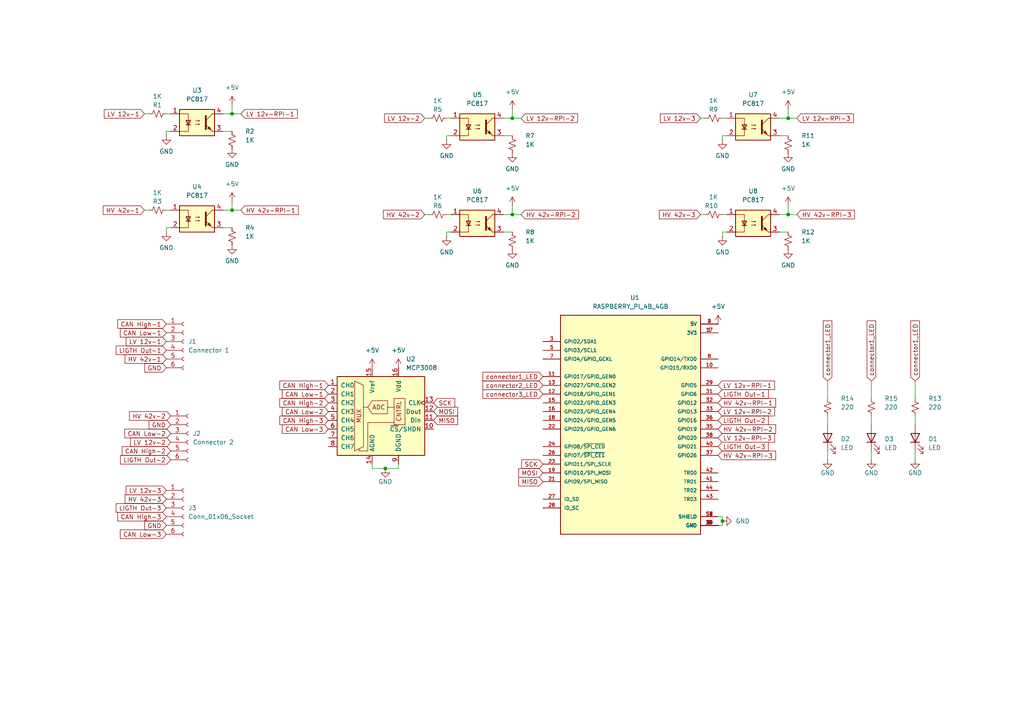
<source format=kicad_sch>
(kicad_sch (version 20231120) (generator "eeschema") (generator_version "8.0")
  (paper "A4")
  (lib_symbols
    (symbol "Analog_ADC:MCP3008" (pin_names (offset 1.016))
      (property "Reference" "U" (at -5.08 13.335 0))
      (property "Value" "MCP3008" (at -5.08 11.43 0))
      (symbol "MCP3008_0_0"
        (text "ADC" (at -0.635 1.27 0) (effects (font (size 1.27 1.27))))
        (text "CNTRL" (at 5.969 -2.921 900) (effects (font (size 1.27 1.27)) (justify left bottom)))
        (text "MUX" (at -6.35 -1.27 900) (effects (font (size 1.27 1.27))))
      )
      (symbol "MCP3008_0_1"
        (polyline (pts (xy -3.81 1.27) (xy -5.08 1.27)))
        (polyline (pts (xy 1.905 1.27) (xy 3.81 1.27)))
        (polyline (pts (xy -7.62 8.89) (xy -7.62 -11.43) (xy -5.08 -10.16) (xy -5.08 7.62) (xy -7.62 8.89)))
        (polyline (pts (xy 3.81 -3.175) (xy -3.81 -3.175) (xy -3.81 -11.43) (xy -6.35 -11.43) (xy -6.35 -10.795)))
        (polyline (pts (xy 1.905 3.175) (xy 1.905 -0.635) (xy -2.54 -0.635) (xy -3.81 1.27) (xy -2.54 3.175) (xy 1.905 3.175)))
        (rectangle (start 3.81 -3.81) (end 6.985 3.81))
        (rectangle (start 12.7 -12.7) (end -12.7 10.16) (stroke (width 0.254)) (fill (type background)))
      )
      (symbol "MCP3008_1_1"
        (pin input line (at -15.24 7.62 0) (length 2.54) (name "CH0") (number "1"))
        (pin input line (at 15.24 -5.08 180) (length 2.54) (name "~{CS}/SHDN") (number "10"))
        (pin input line (at 15.24 -2.54 180) (length 2.54) (name "Din") (number "11"))
        (pin output line (at 15.24 0 180) (length 2.54) (name "Dout") (number "12"))
        (pin input clock (at 15.24 2.54 180) (length 2.54) (name "CLK") (number "13"))
        (pin power_in line (at -2.54 -15.24 90) (length 2.54) (name "AGND") (number "14"))
        (pin power_in line (at -2.54 12.7 270) (length 2.54) (name "Vref") (number "15"))
        (pin power_in line (at 5.08 12.7 270) (length 2.54) (name "Vdd") (number "16"))
        (pin input line (at -15.24 5.08 0) (length 2.54) (name "CH1") (number "2"))
        (pin input line (at -15.24 2.54 0) (length 2.54) (name "CH2") (number "3"))
        (pin input line (at -15.24 0 0) (length 2.54) (name "CH3") (number "4"))
        (pin input line (at -15.24 -2.54 0) (length 2.54) (name "CH4") (number "5"))
        (pin input line (at -15.24 -5.08 0) (length 2.54) (name "CH5") (number "6"))
        (pin input line (at -15.24 -7.62 0) (length 2.54) (name "CH6") (number "7"))
        (pin input line (at -15.24 -10.16 0) (length 2.54) (name "CH7") (number "8"))
        (pin power_in line (at 5.08 -15.24 90) (length 2.54) (name "DGND") (number "9"))
      )
    )
    (symbol "Connector:Conn_01x06_Socket" (pin_names (offset 1.016) hide)
      (property "Reference" "J" (at 0 7.62 0))
      (property "Value" "Conn_01x06_Socket" (at 0 -10.16 0))
      (symbol "Conn_01x06_Socket_1_1"
        (arc (start 0 -7.112) (mid -0.5058 -7.62) (end 0 -8.128) (stroke (width 0.1524)))
        (arc (start 0 -4.572) (mid -0.5058 -5.08) (end 0 -5.588) (stroke (width 0.1524)))
        (arc (start 0 -2.032) (mid -0.5058 -2.54) (end 0 -3.048) (stroke (width 0.1524)))
        (polyline (pts (xy -1.27 -7.62) (xy -0.508 -7.62)) (stroke (width 0.1524)))
        (polyline (pts (xy -1.27 -5.08) (xy -0.508 -5.08)) (stroke (width 0.1524)))
        (polyline (pts (xy -1.27 -2.54) (xy -0.508 -2.54)) (stroke (width 0.1524)))
        (polyline (pts (xy -1.27 0) (xy -0.508 0)) (stroke (width 0.1524)))
        (polyline (pts (xy -1.27 2.54) (xy -0.508 2.54)) (stroke (width 0.1524)))
        (polyline (pts (xy -1.27 5.08) (xy -0.508 5.08)) (stroke (width 0.1524)))
        (arc (start 0 0.508) (mid -0.5058 0) (end 0 -0.508) (stroke (width 0.1524)))
        (arc (start 0 3.048) (mid -0.5058 2.54) (end 0 2.032) (stroke (width 0.1524)))
        (arc (start 0 5.588) (mid -0.5058 5.08) (end 0 4.572) (stroke (width 0.1524)))
        (pin passive line (at -5.08 5.08 0) (length 3.81) (name "Pin_1") (number "1"))
        (pin passive line (at -5.08 2.54 0) (length 3.81) (name "Pin_2") (number "2"))
        (pin passive line (at -5.08 0 0) (length 3.81) (name "Pin_3") (number "3"))
        (pin passive line (at -5.08 -2.54 0) (length 3.81) (name "Pin_4") (number "4"))
        (pin passive line (at -5.08 -5.08 0) (length 3.81) (name "Pin_5") (number "5"))
        (pin passive line (at -5.08 -7.62 0) (length 3.81) (name "Pin_6") (number "6"))
      )
    )
    (symbol "Device:LED" (pin_numbers hide) (pin_names (offset 1.016) hide)
      (property "Reference" "D" (at 0 2.54 0))
      (property "Value" "LED" (at 0 -2.54 0))
      (symbol "LED_0_1"
        (polyline (pts (xy -1.27 -1.27) (xy -1.27 1.27)) (stroke (width 0.254)))
        (polyline (pts (xy -1.27 0) (xy 1.27 0)))
        (polyline (pts (xy 1.27 -1.27) (xy 1.27 1.27) (xy -1.27 0) (xy 1.27 -1.27)) (stroke (width 0.254)))
        (polyline (pts (xy -3.048 -0.762) (xy -4.572 -2.286) (xy -3.81 -2.286) (xy -4.572 -2.286) (xy -4.572 -1.524)))
        (polyline (pts (xy -1.778 -0.762) (xy -3.302 -2.286) (xy -2.54 -2.286) (xy -3.302 -2.286) (xy -3.302 -1.524)))
      )
      (symbol "LED_1_1"
        (pin passive line (at -3.81 0 0) (length 2.54) (name "K") (number "1"))
        (pin passive line (at 3.81 0 180) (length 2.54) (name "A") (number "2"))
      )
    )
    (symbol "Device:R_Small_US" (pin_numbers hide) (pin_names (offset 0.254) hide)
      (property "Reference" "R" (at 0.762 0.508 0))
      (property "Value" "R_Small_US" (at 0.762 -1.016 0))
      (symbol "R_Small_US_1_1"
        (polyline (pts (xy 0 0) (xy 1.016 -0.381) (xy 0 -0.762) (xy -1.016 -1.143) (xy 0 -1.524)))
        (polyline (pts (xy 0 1.524) (xy 1.016 1.143) (xy 0 0.762) (xy -1.016 0.381) (xy 0 0)))
        (pin passive line (at 0 2.54 270) (length 1.016) (name "~") (number "1"))
        (pin passive line (at 0 -2.54 90) (length 1.016) (name "~") (number "2"))
      )
    )
    (symbol "Isolator:PC817" (pin_names (offset 1.016))
      (property "Reference" "U" (at -5.08 5.08 0))
      (property "Value" "PC817" (at 0 5.08 0))
      (symbol "PC817_0_1"
        (rectangle (start -5.08 3.81) (end 5.08 -3.81) (stroke (width 0.254)) (fill (type background)))
        (polyline (pts (xy -3.175 -0.635) (xy -1.905 -0.635)) (stroke (width 0.254)))
        (polyline (pts (xy 2.54 0.635) (xy 4.445 2.54)))
        (polyline (pts (xy 4.445 -2.54) (xy 2.54 -0.635)) (fill (type outline)))
        (polyline (pts (xy 4.445 -2.54) (xy 5.08 -2.54)))
        (polyline (pts (xy 4.445 2.54) (xy 5.08 2.54)))
        (polyline (pts (xy -5.08 2.54) (xy -2.54 2.54) (xy -2.54 -0.635)))
        (polyline (pts (xy -2.54 -0.635) (xy -2.54 -2.54) (xy -5.08 -2.54)))
        (polyline (pts (xy 2.54 1.905) (xy 2.54 -1.905) (xy 2.54 -1.905)) (stroke (width 0.508)))
        (polyline (pts (xy -2.54 -0.635) (xy -3.175 0.635) (xy -1.905 0.635) (xy -2.54 -0.635)) (stroke (width 0.254)))
        (polyline (pts (xy -0.508 -0.508) (xy 0.762 -0.508) (xy 0.381 -0.635) (xy 0.381 -0.381) (xy 0.762 -0.508)))
        (polyline (pts (xy -0.508 0.508) (xy 0.762 0.508) (xy 0.381 0.381) (xy 0.381 0.635) (xy 0.762 0.508)))
        (polyline (pts (xy 3.048 -1.651) (xy 3.556 -1.143) (xy 4.064 -2.159) (xy 3.048 -1.651) (xy 3.048 -1.651)) (fill (type outline)))
      )
      (symbol "PC817_1_1"
        (pin passive line (at -7.62 2.54 0) (length 2.54) (name "~") (number "1"))
        (pin passive line (at -7.62 -2.54 0) (length 2.54) (name "~") (number "2"))
        (pin passive line (at 7.62 -2.54 180) (length 2.54) (name "~") (number "3"))
        (pin passive line (at 7.62 2.54 180) (length 2.54) (name "~") (number "4"))
      )
    )
    (symbol "RASPBERRY_PI_4B_4GB:RASPBERRY_PI_4B_4GB" (pin_names (offset 1.016))
      (property "Reference" "U" (at -20.32 33.528 0))
      (property "Value" "RASPBERRY_PI_4B_4GB" (at -20.32 -33.02 0))
      (symbol "RASPBERRY_PI_4B_4GB_0_0"
        (rectangle (start -20.32 -30.48) (end 20.32 33.02) (stroke (width 0.254)) (fill (type background)))
        (pin power_in line (at 25.4 27.94 180) (length 5.08) (name "3V3") (number "1"))
        (pin bidirectional line (at 25.4 17.78 180) (length 5.08) (name "GPIO15/RXD0") (number "10"))
        (pin bidirectional line (at -25.4 15.24 0) (length 5.08) (name "GPIO17/GPIO_GEN0") (number "11"))
        (pin bidirectional line (at -25.4 10.16 0) (length 5.08) (name "GPIO18/GPIO_GEN1") (number "12"))
        (pin bidirectional line (at -25.4 12.7 0) (length 5.08) (name "GPIO27/GPIO_GEN2") (number "13"))
        (pin power_in line (at 25.4 -27.94 180) (length 5.08) (name "GND") (number "14"))
        (pin bidirectional line (at -25.4 7.62 0) (length 5.08) (name "GPIO22/GPIO_GEN3") (number "15"))
        (pin bidirectional line (at -25.4 5.08 0) (length 5.08) (name "GPIO23/GPIO_GEN4") (number "16"))
        (pin power_in line (at 25.4 27.94 180) (length 5.08) (name "3V3") (number "17"))
        (pin bidirectional line (at -25.4 2.54 0) (length 5.08) (name "GPIO24/GPIO_GEN5") (number "18"))
        (pin bidirectional line (at -25.4 -12.7 0) (length 5.08) (name "GPIO10/SPI_MOSI") (number "19"))
        (pin power_in line (at 25.4 30.48 180) (length 5.08) (name "5V") (number "2"))
        (pin power_in line (at 25.4 -27.94 180) (length 5.08) (name "GND") (number "20"))
        (pin bidirectional line (at -25.4 -15.24 0) (length 5.08) (name "GPIO9/SPI_MISO") (number "21"))
        (pin bidirectional line (at -25.4 0 0) (length 5.08) (name "GPIO25/GPIO_GEN6") (number "22"))
        (pin bidirectional line (at -25.4 -10.16 0) (length 5.08) (name "GPIO11/SPI_SCLK") (number "23"))
        (pin bidirectional line (at -25.4 -5.08 0) (length 5.08) (name "GPIO8/~{SPI_CE0}") (number "24"))
        (pin power_in line (at 25.4 -27.94 180) (length 5.08) (name "GND") (number "25"))
        (pin bidirectional line (at -25.4 -7.62 0) (length 5.08) (name "GPIO7/~{SPI_CE1}") (number "26"))
        (pin bidirectional line (at -25.4 -20.32 0) (length 5.08) (name "ID_SD") (number "27"))
        (pin bidirectional line (at -25.4 -22.86 0) (length 5.08) (name "ID_SC") (number "28"))
        (pin bidirectional line (at 25.4 12.7 180) (length 5.08) (name "GPIO5") (number "29"))
        (pin bidirectional line (at -25.4 25.4 0) (length 5.08) (name "GPIO2/SDA1") (number "3"))
        (pin power_in line (at 25.4 -27.94 180) (length 5.08) (name "GND") (number "30"))
        (pin bidirectional line (at 25.4 10.16 180) (length 5.08) (name "GPIO6") (number "31"))
        (pin bidirectional line (at 25.4 7.62 180) (length 5.08) (name "GPIO12") (number "32"))
        (pin bidirectional line (at 25.4 5.08 180) (length 5.08) (name "GPIO13") (number "33"))
        (pin power_in line (at 25.4 -27.94 180) (length 5.08) (name "GND") (number "34"))
        (pin bidirectional line (at 25.4 0 180) (length 5.08) (name "GPIO19") (number "35"))
        (pin bidirectional line (at 25.4 2.54 180) (length 5.08) (name "GPIO16") (number "36"))
        (pin bidirectional line (at 25.4 -7.62 180) (length 5.08) (name "GPIO26") (number "37"))
        (pin bidirectional line (at 25.4 -2.54 180) (length 5.08) (name "GPIO20") (number "38"))
        (pin power_in line (at 25.4 -27.94 180) (length 5.08) (name "GND") (number "39"))
        (pin power_in line (at 25.4 30.48 180) (length 5.08) (name "5V") (number "4"))
        (pin bidirectional line (at 25.4 -5.08 180) (length 5.08) (name "GPIO21") (number "40"))
        (pin bidirectional line (at 25.4 -15.24 180) (length 5.08) (name "TR01") (number "41"))
        (pin bidirectional line (at 25.4 -12.7 180) (length 5.08) (name "TR00") (number "42"))
        (pin bidirectional line (at 25.4 -20.32 180) (length 5.08) (name "TR03") (number "43"))
        (pin bidirectional line (at 25.4 -17.78 180) (length 5.08) (name "TR02") (number "44"))
        (pin bidirectional line (at -25.4 22.86 0) (length 5.08) (name "GPIO3/SCL1") (number "5"))
        (pin power_in line (at 25.4 -27.94 180) (length 5.08) (name "GND") (number "6"))
        (pin bidirectional line (at -25.4 20.32 0) (length 5.08) (name "GPIO4/GPIO_GCKL") (number "7"))
        (pin bidirectional line (at 25.4 20.32 180) (length 5.08) (name "GPIO14/TXD0") (number "8"))
        (pin power_in line (at 25.4 -27.94 180) (length 5.08) (name "GND") (number "9"))
        (pin power_in line (at 25.4 -25.4 180) (length 5.08) (name "SHIELD") (number "S1"))
        (pin power_in line (at 25.4 -25.4 180) (length 5.08) (name "SHIELD") (number "S2"))
        (pin power_in line (at 25.4 -25.4 180) (length 5.08) (name "SHIELD") (number "S3"))
        (pin power_in line (at 25.4 -25.4 180) (length 5.08) (name "SHIELD") (number "S4"))
      )
    )
    (symbol "power:+5V" (power) (pin_numbers hide) (pin_names (offset 0) hide)
      (property "Value" "+5V" (at 0 3.556 0))
      (symbol "+5V_0_1"
        (polyline (pts (xy -0.762 1.27) (xy 0 2.54)))
        (polyline (pts (xy 0 0) (xy 0 2.54)))
        (polyline (pts (xy 0 2.54) (xy 0.762 1.27)))
      )
      (symbol "+5V_1_1"
        (pin power_in line (at 0 0 90) (length 0) (name "~") (number "1"))
      )
    )
    (symbol "power:GND" (power) (pin_numbers hide) (pin_names (offset 0) hide)
      (property "Value" "GND" (at 0 -3.81 0))
      (symbol "GND_0_1"
        (polyline (pts (xy 0 0) (xy 0 -1.27) (xy 1.27 -1.27) (xy 0 -2.54) (xy -1.27 -1.27) (xy 0 -1.27)))
      )
      (symbol "GND_1_1"
        (pin power_in line (at 0 0 270) (length 0) (name "~") (number "1"))
      )
    )
  )
  (junction (at 228.6 34.29))
  (junction (at 67.31 60.96))
  (junction (at 67.31 33.02))
  (junction (at 148.59 34.29))
  (junction (at 111.76 135.89))
  (junction (at 209.55 151.13))
  (junction (at 148.59 62.23))
  (junction (at 228.6 62.23))
  (wire (pts (xy 209.55 39.37) (xy 210.82 39.37)))
  (wire (pts (xy 67.31 58.42) (xy 67.31 60.96)))
  (wire (pts (xy 203.2 62.23) (xy 204.47 62.23)))
  (wire (pts (xy 208.28 149.86) (xy 209.55 149.86)))
  (wire (pts (xy 115.57 135.89) (xy 115.57 134.62)))
  (wire (pts (xy 209.55 67.31) (xy 210.82 67.31)))
  (wire (pts (xy 107.95 134.62) (xy 107.95 135.89)))
  (wire (pts (xy 48.26 38.1) (xy 49.53 38.1)))
  (wire (pts (xy 209.55 152.4) (xy 208.28 152.4)))
  (wire (pts (xy 226.06 67.31) (xy 228.6 67.31)))
  (wire (pts (xy 146.05 62.23) (xy 148.59 62.23)))
  (wire (pts (xy 64.77 38.1) (xy 67.31 38.1)))
  (wire (pts (xy 148.59 31.75) (xy 148.59 34.29)))
  (wire (pts (xy 129.54 68.58) (xy 129.54 67.31)))
  (wire (pts (xy 240.03 110.49) (xy 240.03 115.57)))
  (wire (pts (xy 228.6 59.69) (xy 228.6 62.23)))
  (wire (pts (xy 129.54 67.31) (xy 130.81 67.31)))
  (wire (pts (xy 129.54 39.37) (xy 130.81 39.37)))
  (wire (pts (xy 48.26 67.31) (xy 48.26 66.04)))
  (wire (pts (xy 67.31 30.48) (xy 67.31 33.02)))
  (wire (pts (xy 48.26 33.02) (xy 49.53 33.02)))
  (wire (pts (xy 209.55 149.86) (xy 209.55 151.13)))
  (wire (pts (xy 129.54 34.29) (xy 130.81 34.29)))
  (wire (pts (xy 252.73 110.49) (xy 252.73 115.57)))
  (wire (pts (xy 209.55 34.29) (xy 210.82 34.29)))
  (wire (pts (xy 146.05 34.29) (xy 148.59 34.29)))
  (wire (pts (xy 209.55 40.64) (xy 209.55 39.37)))
  (wire (pts (xy 111.76 135.89) (xy 115.57 135.89)))
  (wire (pts (xy 240.03 120.65) (xy 240.03 123.19)))
  (wire (pts (xy 64.77 60.96) (xy 67.31 60.96)))
  (wire (pts (xy 123.19 34.29) (xy 124.46 34.29)))
  (wire (pts (xy 64.77 33.02) (xy 67.31 33.02)))
  (wire (pts (xy 148.59 62.23) (xy 151.13 62.23)))
  (wire (pts (xy 148.59 59.69) (xy 148.59 62.23)))
  (wire (pts (xy 240.03 130.81) (xy 240.03 133.35)))
  (wire (pts (xy 265.43 110.49) (xy 265.43 115.57)))
  (wire (pts (xy 129.54 62.23) (xy 130.81 62.23)))
  (wire (pts (xy 203.2 34.29) (xy 204.47 34.29)))
  (wire (pts (xy 228.6 31.75) (xy 228.6 34.29)))
  (wire (pts (xy 67.31 33.02) (xy 69.85 33.02)))
  (wire (pts (xy 209.55 62.23) (xy 210.82 62.23)))
  (wire (pts (xy 228.6 62.23) (xy 231.14 62.23)))
  (wire (pts (xy 209.55 68.58) (xy 209.55 67.31)))
  (wire (pts (xy 226.06 39.37) (xy 228.6 39.37)))
  (wire (pts (xy 48.26 60.96) (xy 49.53 60.96)))
  (wire (pts (xy 265.43 120.65) (xy 265.43 123.19)))
  (wire (pts (xy 48.26 66.04) (xy 49.53 66.04)))
  (wire (pts (xy 252.73 120.65) (xy 252.73 123.19)))
  (wire (pts (xy 252.73 130.81) (xy 252.73 133.35)))
  (wire (pts (xy 41.91 60.96) (xy 43.18 60.96)))
  (wire (pts (xy 41.91 33.02) (xy 43.18 33.02)))
  (wire (pts (xy 123.19 62.23) (xy 124.46 62.23)))
  (wire (pts (xy 226.06 62.23) (xy 228.6 62.23)))
  (wire (pts (xy 107.95 135.89) (xy 111.76 135.89)))
  (wire (pts (xy 146.05 67.31) (xy 148.59 67.31)))
  (wire (pts (xy 209.55 151.13) (xy 209.55 152.4)))
  (wire (pts (xy 64.77 66.04) (xy 67.31 66.04)))
  (wire (pts (xy 265.43 130.81) (xy 265.43 133.35)))
  (wire (pts (xy 148.59 34.29) (xy 151.13 34.29)))
  (wire (pts (xy 48.26 39.37) (xy 48.26 38.1)))
  (wire (pts (xy 228.6 34.29) (xy 231.14 34.29)))
  (wire (pts (xy 226.06 34.29) (xy 228.6 34.29)))
  (wire (pts (xy 67.31 60.96) (xy 69.85 60.96)))
  (wire (pts (xy 146.05 39.37) (xy 148.59 39.37)))
  (wire (pts (xy 129.54 40.64) (xy 129.54 39.37)))
  (global_label "CAN High-3" (shape input) (at 95.25 121.92 180) (property "Intersheetrefs" "${INTERSHEET_REFS}" (effects (hide yes))))
  (global_label "LIGTH Out-2" (shape input) (at 208.28 121.92 0) (property "Intersheetrefs" "${INTERSHEET_REFS}" (effects (hide yes))))
  (global_label "LIGTH Out-3" (shape input) (at 48.26 147.32 180) (property "Intersheetrefs" "${INTERSHEET_REFS}" (effects (hide yes))))
  (global_label "CAN High-1" (shape input) (at 48.26 93.98 180) (property "Intersheetrefs" "${INTERSHEET_REFS}" (effects (hide yes))))
  (global_label "GND" (shape input) (at 48.26 152.4 180) (property "Intersheetrefs" "${INTERSHEET_REFS}" (effects (hide yes))))
  (global_label "LV 12v-2" (shape input) (at 123.19 34.29 180) (property "Intersheetrefs" "${INTERSHEET_REFS}" (effects (hide yes))))
  (global_label "LV 12v-RPI-1" (shape input) (at 208.28 111.76 0) (property "Intersheetrefs" "${INTERSHEET_REFS}" (effects (hide yes))))
  (global_label "CAN High-3" (shape input) (at 48.26 149.86 180) (property "Intersheetrefs" "${INTERSHEET_REFS}" (effects (hide yes))))
  (global_label "connector1_LED" (shape input) (at 265.43 110.49 90) (property "Intersheetrefs" "${INTERSHEET_REFS}" (effects (hide yes))))
  (global_label "MOSI" (shape input) (at 125.73 119.38 0) (property "Intersheetrefs" "${INTERSHEET_REFS}" (effects (hide yes))))
  (global_label "connector1_LED" (shape input) (at 157.48 109.22 180) (property "Intersheetrefs" "${INTERSHEET_REFS}" (effects (hide yes))))
  (global_label "CAN Low-2" (shape input) (at 49.53 125.73 180) (property "Intersheetrefs" "${INTERSHEET_REFS}" (effects (hide yes))))
  (global_label "LV 12v-RPI-2" (shape input) (at 151.13 34.29 0) (property "Intersheetrefs" "${INTERSHEET_REFS}" (effects (hide yes))))
  (global_label "MOSI" (shape input) (at 157.48 137.16 180) (property "Intersheetrefs" "${INTERSHEET_REFS}" (effects (hide yes))))
  (global_label "HV 42v-RPI-2" (shape input) (at 151.13 62.23 0) (property "Intersheetrefs" "${INTERSHEET_REFS}" (effects (hide yes))))
  (global_label "MISO" (shape input) (at 157.48 139.7 180) (property "Intersheetrefs" "${INTERSHEET_REFS}" (effects (hide yes))))
  (global_label "GND" (shape input) (at 49.53 123.19 180) (property "Intersheetrefs" "${INTERSHEET_REFS}" (effects (hide yes))))
  (global_label "CAN Low-1" (shape input) (at 48.26 96.52 180) (property "Intersheetrefs" "${INTERSHEET_REFS}" (effects (hide yes))))
  (global_label "HV 42v-1" (shape input) (at 48.26 104.14 180) (property "Intersheetrefs" "${INTERSHEET_REFS}" (effects (hide yes))))
  (global_label "GND" (shape input) (at 48.26 106.68 180) (property "Intersheetrefs" "${INTERSHEET_REFS}" (effects (hide yes))))
  (global_label "LV 12v-2" (shape input) (at 49.53 128.27 180) (property "Intersheetrefs" "${INTERSHEET_REFS}" (effects (hide yes))))
  (global_label "LV 12v-3" (shape input) (at 48.26 142.24 180) (property "Intersheetrefs" "${INTERSHEET_REFS}" (effects (hide yes))))
  (global_label "CAN High-1" (shape input) (at 95.25 111.76 180) (property "Intersheetrefs" "${INTERSHEET_REFS}" (effects (hide yes))))
  (global_label "CAN Low-1" (shape input) (at 95.25 114.3 180) (property "Intersheetrefs" "${INTERSHEET_REFS}" (effects (hide yes))))
  (global_label "LV 12v-RPI-3" (shape input) (at 231.14 34.29 0) (property "Intersheetrefs" "${INTERSHEET_REFS}" (effects (hide yes))))
  (global_label "LIGTH Out-1" (shape input) (at 48.26 101.6 180) (property "Intersheetrefs" "${INTERSHEET_REFS}" (effects (hide yes))))
  (global_label "HV 42v-2" (shape input) (at 123.19 62.23 180) (property "Intersheetrefs" "${INTERSHEET_REFS}" (effects (hide yes))))
  (global_label "HV 42v-RPI-1" (shape input) (at 69.85 60.96 0) (property "Intersheetrefs" "${INTERSHEET_REFS}" (effects (hide yes))))
  (global_label "SCK" (shape input) (at 157.48 134.62 180) (property "Intersheetrefs" "${INTERSHEET_REFS}" (effects (hide yes))))
  (global_label "connector3_LED" (shape input) (at 157.48 114.3 180) (property "Intersheetrefs" "${INTERSHEET_REFS}" (effects (hide yes))))
  (global_label "LIGTH Out-1" (shape input) (at 208.28 114.3 0) (property "Intersheetrefs" "${INTERSHEET_REFS}" (effects (hide yes))))
  (global_label "CAN High-2" (shape input) (at 95.25 116.84 180) (property "Intersheetrefs" "${INTERSHEET_REFS}" (effects (hide yes))))
  (global_label "CAN Low-3" (shape input) (at 48.26 154.94 180) (property "Intersheetrefs" "${INTERSHEET_REFS}" (effects (hide yes))))
  (global_label "HV 42v-3" (shape input) (at 203.2 62.23 180) (property "Intersheetrefs" "${INTERSHEET_REFS}" (effects (hide yes))))
  (global_label "CAN High-2" (shape input) (at 49.53 130.81 180) (property "Intersheetrefs" "${INTERSHEET_REFS}" (effects (hide yes))))
  (global_label "MISO" (shape input) (at 125.73 121.92 0) (property "Intersheetrefs" "${INTERSHEET_REFS}" (effects (hide yes))))
  (global_label "HV 42v-RPI-3" (shape input) (at 208.28 132.08 0) (property "Intersheetrefs" "${INTERSHEET_REFS}" (effects (hide yes))))
  (global_label "LV 12v-3" (shape input) (at 203.2 34.29 180) (property "Intersheetrefs" "${INTERSHEET_REFS}" (effects (hide yes))))
  (global_label "connector1_LED" (shape input) (at 252.73 110.49 90) (property "Intersheetrefs" "${INTERSHEET_REFS}" (effects (hide yes))))
  (global_label "HV 42v-RPI-1" (shape input) (at 208.28 116.84 0) (property "Intersheetrefs" "${INTERSHEET_REFS}" (effects (hide yes))))
  (global_label "HV 42v-RPI-2" (shape input) (at 208.28 124.46 0) (property "Intersheetrefs" "${INTERSHEET_REFS}" (effects (hide yes))))
  (global_label "LV 12v-1" (shape input) (at 48.26 99.06 180) (property "Intersheetrefs" "${INTERSHEET_REFS}" (effects (hide yes))))
  (global_label "CAN Low-2" (shape input) (at 95.25 119.38 180) (property "Intersheetrefs" "${INTERSHEET_REFS}" (effects (hide yes))))
  (global_label "connector1_LED" (shape input) (at 240.03 110.49 90) (property "Intersheetrefs" "${INTERSHEET_REFS}" (effects (hide yes))))
  (global_label "connector2_LED" (shape input) (at 157.48 111.76 180) (property "Intersheetrefs" "${INTERSHEET_REFS}" (effects (hide yes))))
  (global_label "LV 12v-RPI-1" (shape input) (at 69.85 33.02 0) (property "Intersheetrefs" "${INTERSHEET_REFS}" (effects (hide yes))))
  (global_label "SCK" (shape input) (at 125.73 116.84 0) (property "Intersheetrefs" "${INTERSHEET_REFS}" (effects (hide yes))))
  (global_label "LV 12v-1" (shape input) (at 41.91 33.02 180) (property "Intersheetrefs" "${INTERSHEET_REFS}" (effects (hide yes))))
  (global_label "HV 42v-3" (shape input) (at 48.26 144.78 180) (property "Intersheetrefs" "${INTERSHEET_REFS}" (effects (hide yes))))
  (global_label "HV 42v-RPI-3" (shape input) (at 231.14 62.23 0) (property "Intersheetrefs" "${INTERSHEET_REFS}" (effects (hide yes))))
  (global_label "HV 42v-2" (shape input) (at 49.53 120.65 180) (property "Intersheetrefs" "${INTERSHEET_REFS}" (effects (hide yes))))
  (global_label "LV 12v-RPI-2" (shape input) (at 208.28 119.38 0) (property "Intersheetrefs" "${INTERSHEET_REFS}" (effects (hide yes))))
  (global_label "LV 12v-RPI-3" (shape input) (at 208.28 127 0) (property "Intersheetrefs" "${INTERSHEET_REFS}" (effects (hide yes))))
  (global_label "LIGTH Out-2" (shape input) (at 49.53 133.35 180) (property "Intersheetrefs" "${INTERSHEET_REFS}" (effects (hide yes))))
  (global_label "LIGTH Out-3" (shape input) (at 208.28 129.54 0) (property "Intersheetrefs" "${INTERSHEET_REFS}" (effects (hide yes))))
  (global_label "HV 42v-1" (shape input) (at 41.91 60.96 180) (property "Intersheetrefs" "${INTERSHEET_REFS}" (effects (hide yes))))
  (global_label "CAN Low-3" (shape input) (at 95.25 124.46 180) (property "Intersheetrefs" "${INTERSHEET_REFS}" (effects (hide yes))))
  (symbol (lib_id "Isolator:PC817") (at 218.44 64.77 0) (unit 1)
    (property "Reference" "U8" (at 218.44 55.4228 0))
    (property "Value" "PC817" (at 218.44 57.9628 0))
    (property "Footprint" "PC817X2NIP0F:SOT254P975X400-4N" (effects (hide yes)))
    (property "Datasheet" "http://www.soselectronic.cz/a_info/resource/d/pc817.pdf" (effects (hide yes)))
  )
  (symbol (lib_id "power:GND") (at 228.6 72.39 0) (unit 1)
    (property "Reference" "#PWR023" (effects (hide yes)))
    (property "Value" "GND" (at 228.6 76.9366 0))
  )
  (symbol (lib_id "power:GND") (at 209.55 40.64 0) (unit 1)
    (property "Reference" "#PWR018" (effects (hide yes)))
    (property "Value" "GND" (at 209.55 45.1866 0))
  )
  (symbol (lib_id "Isolator:PC817") (at 57.15 63.5 0) (unit 1)
    (property "Reference" "U4" (at 57.15 54.1528 0))
    (property "Value" "PC817" (at 57.15 56.6928 0))
    (property "Footprint" "PC817X2NIP0F:SOT254P975X400-4N" (effects (hide yes)))
    (property "Datasheet" "http://www.soselectronic.cz/a_info/resource/d/pc817.pdf" (effects (hide yes)))
  )
  (symbol (lib_id "power:GND") (at 265.43 133.35 0) (unit 1)
    (property "Reference" "#PWR024" (effects (hide yes)))
    (property "Value" "GND" (at 265.43 137.16 0))
    (property "Description" "Power symbol creates a global label with name \"GND\" , ground" (effects (hide yes)))
  )
  (symbol (lib_id "Device:R_Small_US") (at 228.6 69.85 0) (unit 1)
    (property "Reference" "R12" (at 232.41 67.31 0) (effects (justify left)))
    (property "Value" "1K" (at 232.41 69.85 0) (effects (justify left)))
    (property "Footprint" "Resistor_SMD:R_0402_1005Metric" (effects (hide yes)))
  )
  (symbol (lib_id "power:+5V") (at 148.59 59.69 0) (unit 1)
    (property "Reference" "#PWR016" (effects (hide yes)))
    (property "Value" "+5V" (at 148.59 54.61 0))
    (property "Description" "Power symbol creates a global label with name \"+5V\"" (effects (hide yes)))
  )
  (symbol (lib_id "power:GND") (at 209.55 151.13 90) (unit 1)
    (property "Reference" "#PWR04" (effects (hide yes)))
    (property "Value" "GND" (at 213.36 151.1299 90) (effects (justify right)))
    (property "Description" "Power symbol creates a global label with name \"GND\" , ground" (effects (hide yes)))
  )
  (symbol (lib_id "power:GND") (at 129.54 40.64 0) (unit 1)
    (property "Reference" "#PWR012" (effects (hide yes)))
    (property "Value" "GND" (at 129.54 45.1866 0))
  )
  (symbol (lib_id "Device:LED") (at 240.03 127 90) (unit 1)
    (property "Reference" "D2" (at 243.84 127.3174 90) (effects (justify right)))
    (property "Value" "LED" (at 243.84 129.8574 90) (effects (justify right)))
    (property "Description" "Light emitting diode" (effects (hide yes)))
  )
  (symbol (lib_id "Isolator:PC817") (at 57.15 35.56 0) (unit 1)
    (property "Reference" "U3" (at 57.15 26.2128 0))
    (property "Value" "PC817" (at 57.15 28.7528 0))
    (property "Footprint" "PC817X2NIP0F:SOT254P975X400-4N" (effects (hide yes)))
    (property "Datasheet" "http://www.soselectronic.cz/a_info/resource/d/pc817.pdf" (effects (hide yes)))
  )
  (symbol (lib_id "power:+5V") (at 67.31 58.42 0) (unit 1)
    (property "Reference" "#PWR010" (effects (hide yes)))
    (property "Value" "+5V" (at 67.31 53.34 0))
    (property "Description" "Power symbol creates a global label with name \"+5V\"" (effects (hide yes)))
  )
  (symbol (lib_id "power:+5V") (at 208.28 93.98 0) (unit 1)
    (property "Reference" "#PWR03" (effects (hide yes)))
    (property "Value" "+5V" (at 208.28 88.9 0))
    (property "Description" "Power symbol creates a global label with name \"+5V\"" (effects (hide yes)))
  )
  (symbol (lib_id "Device:R_Small_US") (at 228.6 41.91 0) (unit 1)
    (property "Reference" "R11" (at 232.41 39.37 0) (effects (justify left)))
    (property "Value" "1K" (at 232.41 41.91 0) (effects (justify left)))
    (property "Footprint" "Resistor_SMD:R_0402_1005Metric" (effects (hide yes)))
  )
  (symbol (lib_id "Device:LED") (at 252.73 127 90) (unit 1)
    (property "Reference" "D3" (at 256.54 127.3174 90) (effects (justify right)))
    (property "Value" "LED" (at 256.54 129.8574 90) (effects (justify right)))
    (property "Description" "Light emitting diode" (effects (hide yes)))
  )
  (symbol (lib_id "Device:R_Small_US") (at 148.59 41.91 0) (unit 1)
    (property "Reference" "R7" (at 152.4 39.37 0) (effects (justify left)))
    (property "Value" "1K" (at 152.4 41.91 0) (effects (justify left)))
    (property "Footprint" "Resistor_SMD:R_0402_1005Metric" (effects (hide yes)))
  )
  (symbol (lib_id "Connector:Conn_01x06_Socket") (at 54.61 125.73 0) (unit 1)
    (property "Reference" "J2" (at 55.88 125.7299 0) (effects (justify left)))
    (property "Value" "Connector 2" (at 55.88 128.2699 0) (effects (justify left)))
    (property "Description" "Generic connector, single row, 01x06, script generated" (effects (hide yes)))
  )
  (symbol (lib_id "Device:LED") (at 265.43 127 90) (unit 1)
    (property "Reference" "D1" (at 269.24 127.3174 90) (effects (justify right)))
    (property "Value" "LED" (at 269.24 129.8574 90) (effects (justify right)))
    (property "Description" "Light emitting diode" (effects (hide yes)))
  )
  (symbol (lib_id "Connector:Conn_01x06_Socket") (at 53.34 99.06 0) (unit 1)
    (property "Reference" "J1" (at 54.61 99.0599 0) (effects (justify left)))
    (property "Value" "Connector 1" (at 54.61 101.5999 0) (effects (justify left)))
    (property "Description" "Generic connector, single row, 01x06, script generated" (effects (hide yes)))
  )
  (symbol (lib_id "Isolator:PC817") (at 218.44 36.83 0) (unit 1)
    (property "Reference" "U7" (at 218.44 27.4828 0))
    (property "Value" "PC817" (at 218.44 30.0228 0))
    (property "Footprint" "PC817X2NIP0F:SOT254P975X400-4N" (effects (hide yes)))
    (property "Datasheet" "http://www.soselectronic.cz/a_info/resource/d/pc817.pdf" (effects (hide yes)))
  )
  (symbol (lib_id "power:+5V") (at 228.6 31.75 0) (unit 1)
    (property "Reference" "#PWR020" (effects (hide yes)))
    (property "Value" "+5V" (at 228.6 26.67 0))
    (property "Description" "Power symbol creates a global label with name \"+5V\"" (effects (hide yes)))
  )
  (symbol (lib_id "power:GND") (at 67.31 43.18 0) (unit 1)
    (property "Reference" "#PWR07" (effects (hide yes)))
    (property "Value" "GND" (at 67.31 47.7266 0))
  )
  (symbol (lib_id "Device:R_Small_US") (at 45.72 60.96 90) (unit 1)
    (property "Reference" "R3" (at 46.99 58.42 90) (effects (justify left)))
    (property "Value" "1K" (at 46.99 55.88 90) (effects (justify left)))
    (property "Footprint" "Resistor_SMD:R_0402_1005Metric" (effects (hide yes)))
  )
  (symbol (lib_id "RASPBERRY_PI_4B_4GB:RASPBERRY_PI_4B_4GB") (at 182.88 124.46 0) (unit 1)
    (property "Reference" "U1" (at 184.15 86.36 0))
    (property "Value" "RASPBERRY_PI_4B_4GB" (at 182.88 88.9 0))
    (property "Footprint" "RASPBERRY_PI_4B_4GB:MODULE_RASPBERRY_PI_4B_4GB" (effects (hide yes)))
    (property "MF" "Raspberry Pi" (effects (hide yes)))
    (property "MAXIMUM_PACKAGE_HEIGHT" "16 mm" (effects (hide yes)))
    (property "Package" "None" (effects (hide yes)))
    (property "Price" "None" (effects (hide yes)))
    (property "Check_prices" "https://www.snapeda.com/parts/RASPBERRY%20PI%204B/4GB/Raspberry+Pi/view-part/?ref=eda" (effects (hide yes)))
    (property "STANDARD" "Manufacturer Recommendations" (effects (hide yes)))
    (property "PARTREV" "4" (effects (hide yes)))
    (property "SnapEDA_Link" "https://www.snapeda.com/parts/RASPBERRY%20PI%204B/4GB/Raspberry+Pi/view-part/?ref=snap" (effects (hide yes)))
    (property "MP" "RASPBERRY PI 4B/4GB" (effects (hide yes)))
    (property "Description_1" "\nBCM2711 Raspberry Pi 4 Model B 4GB - ARM® Cortex®-A72 MPU Embedded Evaluation Board\n" (effects (hide yes)))
    (property "MANUFACTURER" "Raspberry Pi" (effects (hide yes)))
    (property "Availability" "In Stock" (effects (hide yes)))
    (property "SNAPEDA_PN" "RASPBERRY PI 4B/4GB" (effects (hide yes)))
  )
  (symbol (lib_id "power:GND") (at 252.73 133.35 0) (unit 1)
    (property "Reference" "#PWR026" (effects (hide yes)))
    (property "Value" "GND" (at 252.73 137.16 0))
    (property "Description" "Power symbol creates a global label with name \"GND\" , ground" (effects (hide yes)))
  )
  (symbol (lib_id "power:+5V") (at 228.6 59.69 0) (unit 1)
    (property "Reference" "#PWR022" (effects (hide yes)))
    (property "Value" "+5V" (at 228.6 54.61 0))
    (property "Description" "Power symbol creates a global label with name \"+5V\"" (effects (hide yes)))
  )
  (symbol (lib_id "Device:R_Small_US") (at 207.01 62.23 90) (unit 1)
    (property "Reference" "R10" (at 208.28 59.69 90) (effects (justify left)))
    (property "Value" "1K" (at 208.28 57.15 90) (effects (justify left)))
    (property "Footprint" "Resistor_SMD:R_0402_1005Metric" (effects (hide yes)))
  )
  (symbol (lib_id "power:GND") (at 240.03 133.35 0) (unit 1)
    (property "Reference" "#PWR025" (effects (hide yes)))
    (property "Value" "GND" (at 240.03 137.16 0))
    (property "Description" "Power symbol creates a global label with name \"GND\" , ground" (effects (hide yes)))
  )
  (symbol (lib_id "Isolator:PC817") (at 138.43 36.83 0) (unit 1)
    (property "Reference" "U5" (at 138.43 27.4828 0))
    (property "Value" "PC817" (at 138.43 30.0228 0))
    (property "Footprint" "PC817X2NIP0F:SOT254P975X400-4N" (effects (hide yes)))
    (property "Datasheet" "http://www.soselectronic.cz/a_info/resource/d/pc817.pdf" (effects (hide yes)))
  )
  (symbol (lib_id "Device:R_Small_US") (at 265.43 118.11 0) (unit 1)
    (property "Reference" "R13" (at 269.24 115.57 0) (effects (justify left)))
    (property "Value" "220" (at 269.24 118.11 0) (effects (justify left)))
    (property "Footprint" "Resistor_SMD:R_0402_1005Metric" (effects (hide yes)))
  )
  (symbol (lib_id "Device:R_Small_US") (at 148.59 69.85 0) (unit 1)
    (property "Reference" "R8" (at 152.4 67.31 0) (effects (justify left)))
    (property "Value" "1K" (at 152.4 69.85 0) (effects (justify left)))
    (property "Footprint" "Resistor_SMD:R_0402_1005Metric" (effects (hide yes)))
  )
  (symbol (lib_id "Device:R_Small_US") (at 127 34.29 90) (unit 1)
    (property "Reference" "R5" (at 128.27 31.75 90) (effects (justify left)))
    (property "Value" "1K" (at 128.27 29.21 90) (effects (justify left)))
    (property "Footprint" "Resistor_SMD:R_0402_1005Metric" (effects (hide yes)))
  )
  (symbol (lib_id "Device:R_Small_US") (at 67.31 68.58 0) (unit 1)
    (property "Reference" "R4" (at 71.12 66.04 0) (effects (justify left)))
    (property "Value" "1K" (at 71.12 68.58 0) (effects (justify left)))
    (property "Footprint" "Resistor_SMD:R_0402_1005Metric" (effects (hide yes)))
  )
  (symbol (lib_id "power:GND") (at 48.26 67.31 0) (unit 1)
    (property "Reference" "#PWR09" (effects (hide yes)))
    (property "Value" "GND" (at 48.26 71.8566 0))
  )
  (symbol (lib_id "power:+5V") (at 115.57 106.68 0) (unit 1)
    (property "Reference" "#PWR02" (effects (hide yes)))
    (property "Value" "+5V" (at 115.57 101.6 0))
    (property "Description" "Power symbol creates a global label with name \"+5V\"" (effects (hide yes)))
  )
  (symbol (lib_id "Device:R_Small_US") (at 45.72 33.02 90) (unit 1)
    (property "Reference" "R1" (at 46.99 30.48 90) (effects (justify left)))
    (property "Value" "1K" (at 46.99 27.94 90) (effects (justify left)))
    (property "Footprint" "Resistor_SMD:R_0402_1005Metric" (effects (hide yes)))
  )
  (symbol (lib_id "power:GND") (at 148.59 44.45 0) (unit 1)
    (property "Reference" "#PWR015" (effects (hide yes)))
    (property "Value" "GND" (at 148.59 48.9966 0))
  )
  (symbol (lib_id "Device:R_Small_US") (at 207.01 34.29 90) (unit 1)
    (property "Reference" "R9" (at 208.28 31.75 90) (effects (justify left)))
    (property "Value" "1K" (at 208.28 29.21 90) (effects (justify left)))
    (property "Footprint" "Resistor_SMD:R_0402_1005Metric" (effects (hide yes)))
  )
  (symbol (lib_id "Device:R_Small_US") (at 252.73 118.11 0) (unit 1)
    (property "Reference" "R15" (at 256.54 115.57 0) (effects (justify left)))
    (property "Value" "220" (at 256.54 118.11 0) (effects (justify left)))
    (property "Footprint" "Resistor_SMD:R_0402_1005Metric" (effects (hide yes)))
  )
  (symbol (lib_id "Device:R_Small_US") (at 127 62.23 90) (unit 1)
    (property "Reference" "R6" (at 128.27 59.69 90) (effects (justify left)))
    (property "Value" "1K" (at 128.27 57.15 90) (effects (justify left)))
    (property "Footprint" "Resistor_SMD:R_0402_1005Metric" (effects (hide yes)))
  )
  (symbol (lib_id "power:GND") (at 111.76 135.89 0) (unit 1)
    (property "Reference" "#PWR05" (effects (hide yes)))
    (property "Value" "GND" (at 111.76 139.7 0))
    (property "Description" "Power symbol creates a global label with name \"GND\" , ground" (effects (hide yes)))
  )
  (symbol (lib_id "power:+5V") (at 67.31 30.48 0) (unit 1)
    (property "Reference" "#PWR08" (effects (hide yes)))
    (property "Value" "+5V" (at 67.31 25.4 0))
    (property "Description" "Power symbol creates a global label with name \"+5V\"" (effects (hide yes)))
  )
  (symbol (lib_id "power:+5V") (at 107.95 106.68 0) (unit 1)
    (property "Reference" "#PWR01" (effects (hide yes)))
    (property "Value" "+5V" (at 107.95 101.6 0))
    (property "Description" "Power symbol creates a global label with name \"+5V\"" (effects (hide yes)))
  )
  (symbol (lib_id "Connector:Conn_01x06_Socket") (at 53.34 147.32 0) (unit 1)
    (property "Reference" "J3" (at 54.61 147.3199 0) (effects (justify left)))
    (property "Value" "Conn_01x06_Socket" (at 54.61 149.8599 0) (effects (justify left)))
    (property "Description" "Generic connector, single row, 01x06, script generated" (effects (hide yes)))
  )
  (symbol (lib_id "power:GND") (at 228.6 44.45 0) (unit 1)
    (property "Reference" "#PWR021" (effects (hide yes)))
    (property "Value" "GND" (at 228.6 48.9966 0))
  )
  (symbol (lib_id "Device:R_Small_US") (at 240.03 118.11 0) (unit 1)
    (property "Reference" "R14" (at 243.84 115.57 0) (effects (justify left)))
    (property "Value" "220" (at 243.84 118.11 0) (effects (justify left)))
    (property "Footprint" "Resistor_SMD:R_0402_1005Metric" (effects (hide yes)))
  )
  (symbol (lib_id "power:+5V") (at 148.59 31.75 0) (unit 1)
    (property "Reference" "#PWR014" (effects (hide yes)))
    (property "Value" "+5V" (at 148.59 26.67 0))
    (property "Description" "Power symbol creates a global label with name \"+5V\"" (effects (hide yes)))
  )
  (symbol (lib_id "Isolator:PC817") (at 138.43 64.77 0) (unit 1)
    (property "Reference" "U6" (at 138.43 55.4228 0))
    (property "Value" "PC817" (at 138.43 57.9628 0))
    (property "Footprint" "PC817X2NIP0F:SOT254P975X400-4N" (effects (hide yes)))
    (property "Datasheet" "http://www.soselectronic.cz/a_info/resource/d/pc817.pdf" (effects (hide yes)))
  )
  (symbol (lib_id "power:GND") (at 67.31 71.12 0) (unit 1)
    (property "Reference" "#PWR011" (effects (hide yes)))
    (property "Value" "GND" (at 67.31 75.6666 0))
  )
  (symbol (lib_id "power:GND") (at 209.55 68.58 0) (unit 1)
    (property "Reference" "#PWR019" (effects (hide yes)))
    (property "Value" "GND" (at 209.55 73.1266 0))
  )
  (symbol (lib_id "power:GND") (at 129.54 68.58 0) (unit 1)
    (property "Reference" "#PWR013" (effects (hide yes)))
    (property "Value" "GND" (at 129.54 73.1266 0))
  )
  (symbol (lib_id "Device:R_Small_US") (at 67.31 40.64 0) (unit 1)
    (property "Reference" "R2" (at 71.12 38.1 0) (effects (justify left)))
    (property "Value" "1K" (at 71.12 40.64 0) (effects (justify left)))
    (property "Footprint" "Resistor_SMD:R_0402_1005Metric" (effects (hide yes)))
  )
  (symbol (lib_id "Analog_ADC:MCP3008") (at 110.49 119.38 0) (unit 1)
    (property "Reference" "U2" (at 117.7641 104.14 0) (effects (justify left)))
    (property "Value" "MCP3008" (at 117.7641 106.68 0) (effects (justify left)))
    (property "Datasheet" "http://ww1.microchip.com/downloads/en/DeviceDoc/21295d.pdf" (effects (hide yes)))
    (property "Description" "A/D Converter, 10-Bit, 8-Channel, SPI Interface , 2.7V-5.5V" (effects (hide yes)))
  )
  (symbol (lib_id "power:GND") (at 148.59 72.39 0) (unit 1)
    (property "Reference" "#PWR017" (effects (hide yes)))
    (property "Value" "GND" (at 148.59 76.9366 0))
  )
  (symbol (lib_id "power:GND") (at 48.26 39.37 0) (unit 1)
    (property "Reference" "#PWR06" (effects (hide yes)))
    (property "Value" "GND" (at 48.26 43.9166 0))
  )
)
</source>
